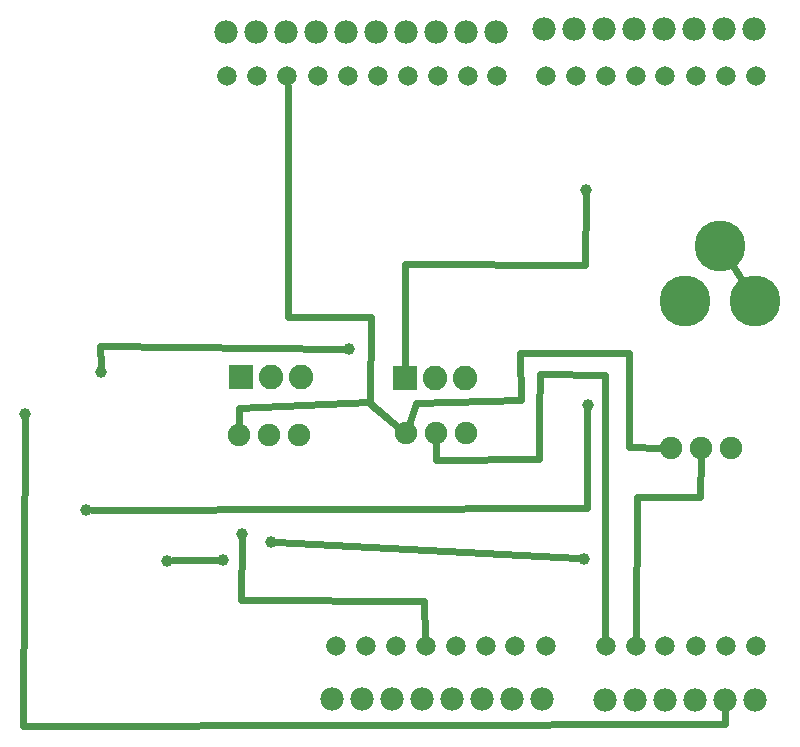
<source format=gbl>
G04 MADE WITH FRITZING*
G04 WWW.FRITZING.ORG*
G04 DOUBLE SIDED*
G04 HOLES PLATED*
G04 CONTOUR ON CENTER OF CONTOUR VECTOR*
%ASAXBY*%
%FSLAX23Y23*%
%MOIN*%
%OFA0B0*%
%SFA1.0B1.0*%
%ADD10C,0.065278*%
%ADD11C,0.078000*%
%ADD12C,0.170000*%
%ADD13C,0.082000*%
%ADD14C,0.075000*%
%ADD15C,0.039370*%
%ADD16R,0.082000X0.082000*%
%ADD17C,0.024000*%
%LNCOPPER0*%
G90*
G70*
G54D10*
X2120Y307D03*
X2219Y307D03*
X2320Y307D03*
X2420Y307D03*
X2520Y307D03*
X1659Y2207D03*
X1560Y2207D03*
X1460Y2207D03*
X1360Y2207D03*
X1260Y2207D03*
X1160Y2207D03*
X1060Y2207D03*
X959Y2207D03*
X859Y2207D03*
X759Y2207D03*
X2520Y2207D03*
X2420Y2207D03*
X2320Y2207D03*
X2219Y2207D03*
X2120Y2207D03*
X2020Y2207D03*
X1920Y2207D03*
X1820Y2207D03*
X1220Y307D03*
X1120Y307D03*
X1320Y307D03*
X1420Y307D03*
X1520Y307D03*
X1620Y307D03*
X1719Y307D03*
X1820Y307D03*
X2020Y307D03*
G54D11*
X2516Y127D03*
X2416Y127D03*
X2316Y127D03*
X2216Y127D03*
X2116Y127D03*
X2016Y127D03*
X1809Y133D03*
X1709Y133D03*
X1609Y133D03*
X1509Y133D03*
X1409Y133D03*
X1309Y133D03*
X1209Y133D03*
X1109Y133D03*
X2513Y2365D03*
X2413Y2365D03*
X2313Y2365D03*
X2213Y2365D03*
X2113Y2365D03*
X2013Y2365D03*
X1913Y2365D03*
X1813Y2365D03*
X754Y2355D03*
X854Y2355D03*
X954Y2355D03*
X1054Y2355D03*
X1154Y2355D03*
X1254Y2355D03*
X1354Y2355D03*
X1454Y2355D03*
X1554Y2355D03*
X1654Y2355D03*
G54D12*
X2283Y1458D03*
X2519Y1458D03*
X2401Y1643D03*
G54D13*
X1352Y1203D03*
X1452Y1203D03*
X1552Y1203D03*
X805Y1204D03*
X905Y1204D03*
X1005Y1204D03*
G54D14*
X999Y1012D03*
X899Y1012D03*
X799Y1012D03*
X1554Y1017D03*
X1454Y1017D03*
X1354Y1017D03*
G54D15*
X1960Y1112D03*
X288Y763D03*
X338Y1222D03*
X1164Y1298D03*
X559Y593D03*
X745Y596D03*
X1955Y1828D03*
X903Y656D03*
X1947Y599D03*
X84Y1082D03*
X808Y681D03*
G54D14*
X2439Y969D03*
X2339Y969D03*
X2239Y969D03*
G54D16*
X1352Y1203D03*
X805Y1204D03*
G54D17*
X2482Y1518D02*
X2439Y1584D01*
D02*
X1956Y768D02*
X1959Y1093D01*
D02*
X307Y763D02*
X1956Y768D01*
D02*
X333Y1307D02*
X1145Y1298D01*
D02*
X337Y1241D02*
X333Y1307D01*
D02*
X726Y596D02*
X578Y594D01*
D02*
X1951Y1577D02*
X1352Y1581D01*
D02*
X1352Y1581D02*
X1352Y1235D01*
D02*
X1954Y1809D02*
X1951Y1577D01*
D02*
X1798Y930D02*
X1454Y927D01*
D02*
X1798Y1082D02*
X1798Y930D01*
D02*
X1454Y927D02*
X1454Y989D01*
D02*
X1801Y1216D02*
X1798Y1082D01*
D02*
X2019Y1213D02*
X1801Y1216D01*
D02*
X2019Y338D02*
X2019Y1213D01*
D02*
X1928Y600D02*
X922Y655D01*
D02*
X2416Y49D02*
X79Y43D01*
D02*
X79Y43D02*
X84Y1063D01*
D02*
X2416Y97D02*
X2416Y49D01*
D02*
X1414Y457D02*
X805Y462D01*
D02*
X805Y462D02*
X808Y662D01*
D02*
X1418Y338D02*
X1414Y457D01*
D02*
X797Y1103D02*
X1231Y1120D01*
D02*
X1231Y1120D02*
X1332Y1036D01*
D02*
X798Y1041D02*
X797Y1103D01*
D02*
X1234Y1115D02*
X1236Y1404D01*
D02*
X1236Y1404D02*
X960Y1404D01*
D02*
X960Y1404D02*
X960Y2176D01*
D02*
X1332Y1035D02*
X1234Y1115D01*
D02*
X2124Y805D02*
X2335Y805D01*
D02*
X2335Y805D02*
X2338Y940D01*
D02*
X2120Y338D02*
X2124Y805D01*
D02*
X2098Y971D02*
X2098Y1284D01*
D02*
X2098Y1284D02*
X1735Y1284D01*
D02*
X1735Y1284D02*
X1738Y1127D01*
D02*
X1738Y1127D02*
X1388Y1117D01*
D02*
X1388Y1117D02*
X1363Y1045D01*
D02*
X2211Y969D02*
X2098Y971D01*
G04 End of Copper0*
M02*
</source>
